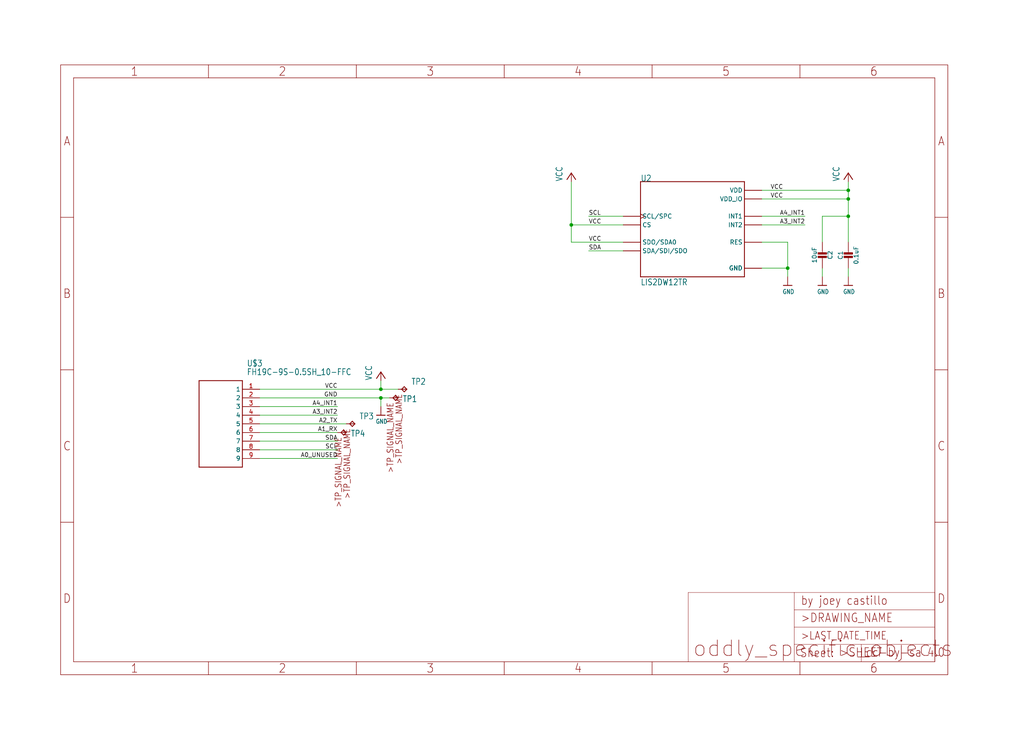
<source format=kicad_sch>
(kicad_sch (version 20211123) (generator eeschema)
  (paper "User" 300.507 217.881)
  (lib_symbols
    (symbol "OSO-MISC-21-021 Sensor Watch Motion II-eagle-import:A4L-LOC"
      (symbol "A4L-LOC_0_0"
        (polyline (pts (xy 0 44.7675) (xy 3.81 44.7675)))
        (polyline (pts (xy 0 89.535) (xy 3.81 89.535)))
        (polyline (pts (xy 0 134.3025) (xy 3.81 134.3025)))
        (polyline (pts (xy 3.81 3.81) (xy 3.81 175.26)))
        (polyline (pts (xy 43.3917 0) (xy 43.3917 3.81)))
        (polyline (pts (xy 43.3917 175.26) (xy 43.3917 179.07)))
        (polyline (pts (xy 86.7833 0) (xy 86.7833 3.81)))
        (polyline (pts (xy 86.7833 175.26) (xy 86.7833 179.07)))
        (polyline (pts (xy 130.175 0) (xy 130.175 3.81)))
        (polyline (pts (xy 130.175 175.26) (xy 130.175 179.07)))
        (polyline (pts (xy 173.5667 0) (xy 173.5667 3.81)))
        (polyline (pts (xy 173.5667 175.26) (xy 173.5667 179.07)))
        (polyline (pts (xy 216.9583 0) (xy 216.9583 3.81)))
        (polyline (pts (xy 216.9583 175.26) (xy 216.9583 179.07)))
        (polyline (pts (xy 256.54 3.81) (xy 3.81 3.81)))
        (polyline (pts (xy 256.54 3.81) (xy 256.54 175.26)))
        (polyline (pts (xy 256.54 44.7675) (xy 260.35 44.7675)))
        (polyline (pts (xy 256.54 89.535) (xy 260.35 89.535)))
        (polyline (pts (xy 256.54 134.3025) (xy 260.35 134.3025)))
        (polyline (pts (xy 256.54 175.26) (xy 3.81 175.26)))
        (polyline (pts (xy 0 0) (xy 260.35 0) (xy 260.35 179.07) (xy 0 179.07) (xy 0 0)))
        (text "1" (at 21.6958 1.905 0) (effects (font (size 2.54 2.286))))
        (text "1" (at 21.6958 177.165 0) (effects (font (size 2.54 2.286))))
        (text "2" (at 65.0875 1.905 0) (effects (font (size 2.54 2.286))))
        (text "2" (at 65.0875 177.165 0) (effects (font (size 2.54 2.286))))
        (text "3" (at 108.4792 1.905 0) (effects (font (size 2.54 2.286))))
        (text "3" (at 108.4792 177.165 0) (effects (font (size 2.54 2.286))))
        (text "4" (at 151.8708 1.905 0) (effects (font (size 2.54 2.286))))
        (text "4" (at 151.8708 177.165 0) (effects (font (size 2.54 2.286))))
        (text "5" (at 195.2625 1.905 0) (effects (font (size 2.54 2.286))))
        (text "5" (at 195.2625 177.165 0) (effects (font (size 2.54 2.286))))
        (text "6" (at 238.6542 1.905 0) (effects (font (size 2.54 2.286))))
        (text "6" (at 238.6542 177.165 0) (effects (font (size 2.54 2.286))))
        (text "A" (at 1.905 156.6863 0) (effects (font (size 2.54 2.286))))
        (text "A" (at 258.445 156.6863 0) (effects (font (size 2.54 2.286))))
        (text "B" (at 1.905 111.9188 0) (effects (font (size 2.54 2.286))))
        (text "B" (at 258.445 111.9188 0) (effects (font (size 2.54 2.286))))
        (text "C" (at 1.905 67.1513 0) (effects (font (size 2.54 2.286))))
        (text "C" (at 258.445 67.1513 0) (effects (font (size 2.54 2.286))))
        (text "D" (at 1.905 22.3838 0) (effects (font (size 2.54 2.286))))
        (text "D" (at 258.445 22.3838 0) (effects (font (size 2.54 2.286))))
      )
      (symbol "A4L-LOC_1_0"
        (polyline (pts (xy 184.15 3.81) (xy 184.15 24.13)) (stroke (width 0.1016)))
        (polyline (pts (xy 184.15 24.13) (xy 215.265 24.13)) (stroke (width 0.1016)))
        (polyline (pts (xy 215.265 8.89) (xy 215.265 3.81)) (stroke (width 0.1016)))
        (polyline (pts (xy 215.265 8.89) (xy 215.265 13.97)) (stroke (width 0.1016)))
        (polyline (pts (xy 215.265 13.97) (xy 215.265 19.05)) (stroke (width 0.1016)))
        (polyline (pts (xy 215.265 13.97) (xy 256.54 13.97)) (stroke (width 0.1016)))
        (polyline (pts (xy 215.265 19.05) (xy 215.265 24.13)) (stroke (width 0.1016)))
        (polyline (pts (xy 215.265 19.05) (xy 256.54 19.05)) (stroke (width 0.1016)))
        (polyline (pts (xy 215.265 24.13) (xy 256.54 24.13)) (stroke (width 0.1016)))
        (polyline (pts (xy 234.95 3.81) (xy 234.95 8.89)) (stroke (width 0.1016)))
        (polyline (pts (xy 234.95 8.89) (xy 215.265 8.89)) (stroke (width 0.1016)))
        (polyline (pts (xy 234.95 8.89) (xy 256.54 8.89)) (stroke (width 0.1016)))
        (polyline (pts (xy 256.54 3.81) (xy 256.54 8.89)) (stroke (width 0.1016)))
        (polyline (pts (xy 256.54 8.89) (xy 256.54 13.97)) (stroke (width 0.1016)))
        (polyline (pts (xy 256.54 13.97) (xy 256.54 19.05)) (stroke (width 0.1016)))
        (polyline (pts (xy 256.54 19.05) (xy 256.54 24.13)) (stroke (width 0.1016)))
        (text ">DRAWING_NAME" (at 217.17 15.24 0) (effects (font (size 2.54 2.159)) (justify left bottom)))
        (text ">LAST_DATE_TIME" (at 217.17 10.16 0) (effects (font (size 2.286 1.9431)) (justify left bottom)))
        (text ">SHEET" (at 228.473 5.08 0) (effects (font (size 2.54 2.159)) (justify left bottom)))
        (text "by joey castillo" (at 217.17 20.32 0) (effects (font (size 2.54 2.159)) (justify left bottom)))
        (text "cc-by-sa 4.0" (at 236.22 5.08 0) (effects (font (size 2.54 2.159)) (justify left bottom)))
        (text "oddly_specific_objects" (at 185.42 5.08 0) (effects (font (size 4.572 4.572)) (justify left bottom)))
        (text "Sheet:" (at 216.916 4.953 0) (effects (font (size 2.54 2.159)) (justify left bottom)))
      )
    )
    (symbol "OSO-MISC-21-021 Sensor Watch Motion II-eagle-import:CAP_CERAMIC_0603MP"
      (property "Reference" "C" (at -2.29 1.25 90))
      (property "Value" "CAP_CERAMIC_0603MP" (at 2.3 1.25 90))
      (symbol "CAP_CERAMIC_0603MP_1_0"
        (rectangle (start -1.27 0.508) (end 1.27 1.016) (fill (type outline)))
        (rectangle (start -1.27 1.524) (end 1.27 2.032) (fill (type outline)))
        (polyline (pts (xy 0 0.762) (xy 0 0)) (stroke (width 0.1524)))
        (polyline (pts (xy 0 2.54) (xy 0 1.778)) (stroke (width 0.1524)))
        (pin passive line (at 0 5.08 270) (length 2.54) (name "1") (number "1"))
        (pin passive line (at 0 -2.54 90) (length 2.54) (name "2") (number "2"))
      )
    )
    (symbol "OSO-MISC-21-021 Sensor Watch Motion II-eagle-import:FH19C-9S-0.5SH_10-FFC"
      (property "Value" "FH19C-9S-0.5SH_10-FFC" (at 8.89 15.24 0))
      (symbol "FH19C-9S-0.5SH_10-FFC_1_0"
        (polyline (pts (xy -5.08 12.7) (xy -5.08 -12.7)) (stroke (width 0.254)))
        (polyline (pts (xy -5.08 12.7) (xy 7.62 12.7)) (stroke (width 0.254)))
        (polyline (pts (xy 7.62 -12.7) (xy -5.08 -12.7)) (stroke (width 0.254)))
        (polyline (pts (xy 7.62 -12.7) (xy 7.62 12.7)) (stroke (width 0.254)))
        (pin bidirectional line (at 12.7 10.16 180) (length 5.08) (name "1") (number "1"))
        (pin bidirectional line (at 12.7 7.62 180) (length 5.08) (name "2") (number "2"))
        (pin bidirectional line (at 12.7 5.08 180) (length 5.08) (name "3") (number "3"))
        (pin bidirectional line (at 12.7 2.54 180) (length 5.08) (name "4") (number "4"))
        (pin bidirectional line (at 12.7 0 180) (length 5.08) (name "5") (number "5"))
        (pin bidirectional line (at 12.7 -2.54 180) (length 5.08) (name "6") (number "6"))
        (pin bidirectional line (at 12.7 -5.08 180) (length 5.08) (name "7") (number "7"))
        (pin bidirectional line (at 12.7 -7.62 180) (length 5.08) (name "8") (number "8"))
        (pin bidirectional line (at 12.7 -10.16 180) (length 5.08) (name "9") (number "9"))
      )
    )
    (symbol "OSO-MISC-21-021 Sensor Watch Motion II-eagle-import:GND" (power)
      (property "Value" "GND" (at -1.524 -2.54 0))
      (symbol "GND_1_0"
        (polyline (pts (xy -1.27 0) (xy 1.27 0)) (stroke (width 0.254)))
        (pin power_in line (at 0 2.54 270) (length 2.54) (name "GND") (number "1"))
      )
    )
    (symbol "OSO-MISC-21-021 Sensor Watch Motion II-eagle-import:LIS2DW12TR"
      (property "Reference" "U" (at -15.2439 12.7032 0))
      (property "Value" "LIS2DW12TR" (at -15.2494 -17.7909 0))
      (symbol "LIS2DW12TR_1_0"
        (polyline (pts (xy -15.24 -15.24) (xy -15.24 12.7)) (stroke (width 0.254)))
        (polyline (pts (xy -15.24 12.7) (xy 15.24 12.7)) (stroke (width 0.254)))
        (polyline (pts (xy 15.24 -15.24) (xy -15.24 -15.24)) (stroke (width 0.254)))
        (polyline (pts (xy 15.24 12.7) (xy 15.24 -15.24)) (stroke (width 0.254)))
        (pin input clock (at -20.32 2.54 0) (length 5.08) (name "SCL/SPC") (number "1"))
        (pin power_in line (at 20.32 7.62 180) (length 5.08) (name "VDD_IO") (number "10"))
        (pin output line (at 20.32 0 180) (length 5.08) (name "INT2") (number "11"))
        (pin output line (at 20.32 2.54 180) (length 5.08) (name "INT1") (number "12"))
        (pin input line (at -20.32 0 0) (length 5.08) (name "CS") (number "2"))
        (pin bidirectional line (at -20.32 -5.08 0) (length 5.08) (name "SDO/SDA0") (number "3"))
        (pin bidirectional line (at -20.32 -7.62 0) (length 5.08) (name "SDA/SDI/SDO") (number "4"))
        (pin power_in line (at 20.32 -12.7 180) (length 5.08) (name "GND") (number "6"))
        (pin passive line (at 20.32 -5.08 180) (length 5.08) (name "RES") (number "7"))
        (pin power_in line (at 20.32 -12.7 180) (length 5.08) (name "GND") (number "8"))
        (pin power_in line (at 20.32 10.16 180) (length 5.08) (name "VDD") (number "9"))
      )
    )
    (symbol "OSO-MISC-21-021 Sensor Watch Motion II-eagle-import:TPB1,27"
      (property "Reference" "TP" (at -1.27 1.27 0))
      (symbol "TPB1,27_1_0"
        (polyline (pts (xy -0.762 -0.762) (xy 0 0)) (stroke (width 0.254)))
        (polyline (pts (xy 0 -1.524) (xy -0.762 -0.762)) (stroke (width 0.254)))
        (polyline (pts (xy 0 0) (xy 0.762 -0.762)) (stroke (width 0.254)))
        (polyline (pts (xy 0.762 -0.762) (xy 0 -1.524)) (stroke (width 0.254)))
        (text ">TP_SIGNAL_NAME" (at 1.27 -1.27 0) (effects (font (size 1.778 1.5113)) (justify left bottom)))
        (pin input line (at 0 -2.54 90) (length 2.54) (name "TP") (number "TP"))
      )
    )
    (symbol "OSO-MISC-21-021 Sensor Watch Motion II-eagle-import:VCC" (power)
      (property "Value" "VCC" (at -2.54 -2.54 90))
      (symbol "VCC_1_0"
        (polyline (pts (xy 0 0) (xy -1.27 -1.905)) (stroke (width 0.254)))
        (polyline (pts (xy 1.27 -1.905) (xy 0 0)) (stroke (width 0.254)))
        (pin power_in line (at 0 -2.54 90) (length 2.54) (name "VCC") (number "1"))
      )
    )
  )
  (junction (at 111.76 116.84))
  (junction (at 248.92 58.42))
  (junction (at 248.92 55.88))
  (junction (at 167.64 66.04))
  (junction (at 248.92 63.5))
  (junction (at 231.14 78.74))
  (junction (at 111.76 114.3))
  (wire (pts (xy 248.92 58.42) (xy 248.92 63.5)))
  (wire (pts (xy 182.88 66.04) (xy 167.64 66.04)))
  (wire (pts (xy 116.84 114.3) (xy 111.76 114.3)))
  (wire (pts (xy 223.52 78.74) (xy 231.14 78.74)))
  (wire (pts (xy 182.88 73.66) (xy 172.72 73.66)))
  (wire (pts (xy 111.76 111.76) (xy 111.76 114.3)))
  (wire (pts (xy 182.88 71.12) (xy 167.64 71.12)))
  (wire (pts (xy 167.64 66.04) (xy 167.64 71.12)))
  (wire (pts (xy 111.76 116.84) (xy 76.2 116.84)))
  (wire (pts (xy 182.88 63.5) (xy 172.72 63.5)))
  (wire (pts (xy 99.06 129.54) (xy 76.2 129.54)))
  (wire (pts (xy 99.06 132.08) (xy 76.2 132.08)))
  (wire (pts (xy 248.92 63.5) (xy 248.92 71.12)))
  (wire (pts (xy 248.92 55.88) (xy 223.52 55.88)))
  (wire (pts (xy 111.76 116.84) (xy 111.76 119.38)))
  (wire (pts (xy 231.14 78.74) (xy 231.14 81.28)))
  (wire (pts (xy 167.64 53.34) (xy 167.64 66.04)))
  (wire (pts (xy 231.14 71.12) (xy 231.14 78.74)))
  (wire (pts (xy 248.92 55.88) (xy 248.92 58.42)))
  (wire (pts (xy 99.06 121.92) (xy 76.2 121.92)))
  (wire (pts (xy 241.3 78.74) (xy 241.3 81.28)))
  (wire (pts (xy 248.92 53.34) (xy 248.92 55.88)))
  (wire (pts (xy 236.22 66.04) (xy 223.52 66.04)))
  (wire (pts (xy 248.92 58.42) (xy 223.52 58.42)))
  (wire (pts (xy 76.2 119.38) (xy 99.06 119.38)))
  (wire (pts (xy 111.76 116.84) (xy 114.3 116.84)))
  (wire (pts (xy 111.76 114.3) (xy 76.2 114.3)))
  (wire (pts (xy 99.06 127) (xy 76.2 127)))
  (wire (pts (xy 248.92 78.74) (xy 248.92 81.28)))
  (wire (pts (xy 223.52 71.12) (xy 231.14 71.12)))
  (wire (pts (xy 101.6 124.46) (xy 76.2 124.46)))
  (wire (pts (xy 241.3 63.5) (xy 248.92 63.5)))
  (wire (pts (xy 223.52 63.5) (xy 236.22 63.5)))
  (wire (pts (xy 241.3 71.12) (xy 241.3 63.5)))
  (wire (pts (xy 99.06 134.62) (xy 76.2 134.62)))
  (label "SDA" (at 99.06 129.54 180) (effects (font (size 1.2446 1.2446))))
  (label "SCL" (at 99.06 132.08 180) (effects (font (size 1.2446 1.2446))))
  (label "A1_RX" (at 99.06 127 180) (effects (font (size 1.2446 1.2446))))
  (label "GND" (at 99.06 116.84 180) (effects (font (size 1.2446 1.2446))))
  (label "A3_INT2" (at 236.22 66.04 180) (effects (font (size 1.2446 1.2446))))
  (label "VCC" (at 226.06 55.88 0) (effects (font (size 1.2446 1.2446))))
  (label "A0_UNUSED" (at 99.06 134.62 180) (effects (font (size 1.2446 1.2446))))
  (label "VCC" (at 172.72 71.12 0) (effects (font (size 1.2446 1.2446))))
  (label "SDA" (at 172.72 73.66 0) (effects (font (size 1.2446 1.2446))))
  (label "A4_INT1" (at 236.22 63.5 180) (effects (font (size 1.2446 1.2446))))
  (label "A3_INT2" (at 99.06 121.92 180) (effects (font (size 1.2446 1.2446))))
  (label "VCC" (at 226.06 58.42 0) (effects (font (size 1.2446 1.2446))))
  (label "VCC" (at 172.72 66.04 0) (effects (font (size 1.2446 1.2446))))
  (label "A2_TX" (at 99.06 124.46 180) (effects (font (size 1.2446 1.2446))))
  (label "A4_INT1" (at 99.06 119.38 180) (effects (font (size 1.2446 1.2446))))
  (label "VCC" (at 99.06 114.3 180) (effects (font (size 1.2446 1.2446))))
  (label "SCL" (at 172.72 63.5 0) (effects (font (size 1.2446 1.2446))))
  (symbol (lib_id "OSO-MISC-21-021 Sensor Watch Motion II-eagle-import:GND") (at 248.92 83.82 0) (unit 1)
    (property "Reference" "#U$014" (effects hide))
    (property "Value" "GND" (at 247.396 86.36 0) (effects (font (size 1.27 1.0795)) (justify left bottom)))
    (property "Footprint" "OSO-MISC-21-021 Sensor Watch Motion II:" (effects hide))
  )
  (symbol (lib_id "OSO-MISC-21-021 Sensor Watch Motion II-eagle-import:TPB1,27") (at 104.14 124.46 270) (unit 1)
    (property "Reference" "TP3" (at 105.41 123.19 90) (effects (font (size 1.778 1.5113)) (justify left bottom)))
    (property "Value" "TPB1,27" (effects hide))
    (property "Footprint" "OSO-MISC-21-021 Sensor Watch Motion II:B1,27" (effects hide))
  )
  (symbol (lib_id "OSO-MISC-21-021 Sensor Watch Motion II-eagle-import:GND") (at 231.14 83.82 0) (unit 1)
    (property "Reference" "#U$01" (effects hide))
    (property "Value" "GND" (at 229.616 86.36 0) (effects (font (size 1.27 1.0795)) (justify left bottom)))
    (property "Footprint" "OSO-MISC-21-021 Sensor Watch Motion II:" (effects hide))
  )
  (symbol (lib_id "OSO-MISC-21-021 Sensor Watch Motion II-eagle-import:VCC") (at 111.76 109.22 0) (unit 1)
    (property "Reference" "#P+01" (effects hide))
    (property "Value" "VCC" (at 109.22 111.76 90) (effects (font (size 1.778 1.5113)) (justify left bottom)))
    (property "Footprint" "OSO-MISC-21-021 Sensor Watch Motion II:" (effects hide))
  )
  (symbol (lib_id "OSO-MISC-21-021 Sensor Watch Motion II-eagle-import:A4L-LOC") (at 17.78 198.12 0) (unit 1)
    (property "Reference" "#FRAME1" (effects hide))
    (property "Value" "A4L-LOC" (effects hide))
    (property "Footprint" "OSO-MISC-21-021 Sensor Watch Motion II:" (effects hide))
  )
  (symbol (lib_id "OSO-MISC-21-021 Sensor Watch Motion II-eagle-import:FH19C-9S-0.5SH_10-FFC") (at 63.5 124.46 0) (unit 1)
    (property "Reference" "U$3" (at 72.39 106.68 0) (effects (font (size 1.778 1.5113)) (justify left)))
    (property "Value" "FH19C-9S-0.5SH_10-FFC" (at 72.39 109.22 0) (effects (font (size 1.778 1.5113)) (justify left)))
    (property "Footprint" "OSO-MISC-21-021 Sensor Watch Motion II:FH19C9S05SH10-FFC" (effects hide))
  )
  (symbol (lib_id "OSO-MISC-21-021 Sensor Watch Motion II-eagle-import:VCC") (at 167.64 50.8 0) (unit 1)
    (property "Reference" "#P+03" (effects hide))
    (property "Value" "VCC" (at 165.1 53.34 90) (effects (font (size 1.778 1.5113)) (justify left bottom)))
    (property "Footprint" "OSO-MISC-21-021 Sensor Watch Motion II:" (effects hide))
  )
  (symbol (lib_id "OSO-MISC-21-021 Sensor Watch Motion II-eagle-import:TPB1,27") (at 116.84 116.84 270) (unit 1)
    (property "Reference" "TP1" (at 118.11 118.11 90) (effects (font (size 1.778 1.5113)) (justify left bottom)))
    (property "Value" "TPB1,27" (effects hide))
    (property "Footprint" "OSO-MISC-21-021 Sensor Watch Motion II:B1,27" (effects hide))
  )
  (symbol (lib_id "OSO-MISC-21-021 Sensor Watch Motion II-eagle-import:CAP_CERAMIC_0603MP") (at 248.92 76.2 0) (unit 1)
    (property "Reference" "C1" (at 246.63 74.95 90))
    (property "Value" "0.1uF" (at 251.22 74.95 90))
    (property "Footprint" "OSO-MISC-21-021 Sensor Watch Motion II:_0603MP" (effects hide))
  )
  (symbol (lib_id "OSO-MISC-21-021 Sensor Watch Motion II-eagle-import:TPB1,27") (at 101.6 127 270) (unit 1)
    (property "Reference" "TP4" (at 102.87 128.27 90) (effects (font (size 1.778 1.5113)) (justify left bottom)))
    (property "Value" "TPB1,27" (effects hide))
    (property "Footprint" "OSO-MISC-21-021 Sensor Watch Motion II:B1,27" (effects hide))
  )
  (symbol (lib_id "OSO-MISC-21-021 Sensor Watch Motion II-eagle-import:GND") (at 241.3 83.82 0) (unit 1)
    (property "Reference" "#U$02" (effects hide))
    (property "Value" "GND" (at 239.776 86.36 0) (effects (font (size 1.27 1.0795)) (justify left bottom)))
    (property "Footprint" "OSO-MISC-21-021 Sensor Watch Motion II:" (effects hide))
  )
  (symbol (lib_id "OSO-MISC-21-021 Sensor Watch Motion II-eagle-import:CAP_CERAMIC_0603MP") (at 241.3 73.66 180) (unit 1)
    (property "Reference" "C2" (at 243.59 74.91 90))
    (property "Value" "10uF" (at 239 74.91 90))
    (property "Footprint" "OSO-MISC-21-021 Sensor Watch Motion II:_0603MP" (effects hide))
  )
  (symbol (lib_id "OSO-MISC-21-021 Sensor Watch Motion II-eagle-import:GND") (at 111.76 121.92 0) (unit 1)
    (property "Reference" "#U$04" (effects hide))
    (property "Value" "GND" (at 110.236 124.46 0) (effects (font (size 1.27 1.0795)) (justify left bottom)))
    (property "Footprint" "OSO-MISC-21-021 Sensor Watch Motion II:" (effects hide))
  )
  (symbol (lib_id "OSO-MISC-21-021 Sensor Watch Motion II-eagle-import:VCC") (at 248.92 50.8 0) (unit 1)
    (property "Reference" "#P+02" (effects hide))
    (property "Value" "VCC" (at 246.38 53.34 90) (effects (font (size 1.778 1.5113)) (justify left bottom)))
    (property "Footprint" "OSO-MISC-21-021 Sensor Watch Motion II:" (effects hide))
  )
  (symbol (lib_id "OSO-MISC-21-021 Sensor Watch Motion II-eagle-import:TPB1,27") (at 119.38 114.3 270) (unit 1)
    (property "Reference" "TP2" (at 120.65 113.03 90) (effects (font (size 1.778 1.5113)) (justify left bottom)))
    (property "Value" "TPB1,27" (effects hide))
    (property "Footprint" "OSO-MISC-21-021 Sensor Watch Motion II:B1,27" (effects hide))
  )
  (symbol (lib_id "OSO-MISC-21-021 Sensor Watch Motion II-eagle-import:LIS2DW12TR") (at 203.2 66.04 0) (unit 1)
    (property "Reference" "U2" (at 187.9561 53.3368 0) (effects (font (size 1.7784 1.5116)) (justify left bottom)))
    (property "Value" "LIS2DW12TR" (at 187.9506 83.8309 0) (effects (font (size 1.779 1.5121)) (justify left bottom)))
    (property "Footprint" "OSO-MISC-21-021 Sensor Watch Motion II:LGA12R50P4X4_200X200X70" (effects hide))
  )
)
</source>
